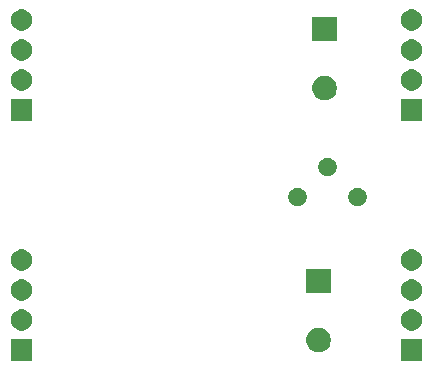
<source format=gbr>
G04 #@! TF.GenerationSoftware,KiCad,Pcbnew,(5.1.5)-3*
G04 #@! TF.CreationDate,2022-02-08T12:26:58-07:00*
G04 #@! TF.ProjectId,lm2596_breakout,6c6d3235-3936-45f6-9272-65616b6f7574,rev?*
G04 #@! TF.SameCoordinates,Original*
G04 #@! TF.FileFunction,Soldermask,Bot*
G04 #@! TF.FilePolarity,Negative*
%FSLAX46Y46*%
G04 Gerber Fmt 4.6, Leading zero omitted, Abs format (unit mm)*
G04 Created by KiCad (PCBNEW (5.1.5)-3) date 2022-02-08 12:26:58*
%MOMM*%
%LPD*%
G04 APERTURE LIST*
%ADD10C,0.100000*%
G04 APERTURE END LIST*
D10*
G36*
X87261000Y-132981000D02*
G01*
X85459000Y-132981000D01*
X85459000Y-131179000D01*
X87261000Y-131179000D01*
X87261000Y-132981000D01*
G37*
G36*
X54241000Y-132981000D02*
G01*
X52439000Y-132981000D01*
X52439000Y-131179000D01*
X54241000Y-131179000D01*
X54241000Y-132981000D01*
G37*
G36*
X78792564Y-130227389D02*
G01*
X78983833Y-130306615D01*
X78983835Y-130306616D01*
X79031487Y-130338456D01*
X79155973Y-130421635D01*
X79302365Y-130568027D01*
X79417385Y-130740167D01*
X79496611Y-130931436D01*
X79537000Y-131134484D01*
X79537000Y-131341516D01*
X79496611Y-131544564D01*
X79417385Y-131735833D01*
X79417384Y-131735835D01*
X79302365Y-131907973D01*
X79155973Y-132054365D01*
X78983835Y-132169384D01*
X78983834Y-132169385D01*
X78983833Y-132169385D01*
X78792564Y-132248611D01*
X78589516Y-132289000D01*
X78382484Y-132289000D01*
X78179436Y-132248611D01*
X77988167Y-132169385D01*
X77988166Y-132169385D01*
X77988165Y-132169384D01*
X77816027Y-132054365D01*
X77669635Y-131907973D01*
X77554616Y-131735835D01*
X77554615Y-131735833D01*
X77475389Y-131544564D01*
X77435000Y-131341516D01*
X77435000Y-131134484D01*
X77475389Y-130931436D01*
X77554615Y-130740167D01*
X77669635Y-130568027D01*
X77816027Y-130421635D01*
X77940513Y-130338456D01*
X77988165Y-130306616D01*
X77988167Y-130306615D01*
X78179436Y-130227389D01*
X78382484Y-130187000D01*
X78589516Y-130187000D01*
X78792564Y-130227389D01*
G37*
G36*
X53453512Y-128643927D02*
G01*
X53602812Y-128673624D01*
X53766784Y-128741544D01*
X53914354Y-128840147D01*
X54039853Y-128965646D01*
X54138456Y-129113216D01*
X54206376Y-129277188D01*
X54241000Y-129451259D01*
X54241000Y-129628741D01*
X54206376Y-129802812D01*
X54138456Y-129966784D01*
X54039853Y-130114354D01*
X53914354Y-130239853D01*
X53766784Y-130338456D01*
X53602812Y-130406376D01*
X53453512Y-130436073D01*
X53428742Y-130441000D01*
X53251258Y-130441000D01*
X53226488Y-130436073D01*
X53077188Y-130406376D01*
X52913216Y-130338456D01*
X52765646Y-130239853D01*
X52640147Y-130114354D01*
X52541544Y-129966784D01*
X52473624Y-129802812D01*
X52439000Y-129628741D01*
X52439000Y-129451259D01*
X52473624Y-129277188D01*
X52541544Y-129113216D01*
X52640147Y-128965646D01*
X52765646Y-128840147D01*
X52913216Y-128741544D01*
X53077188Y-128673624D01*
X53226488Y-128643927D01*
X53251258Y-128639000D01*
X53428742Y-128639000D01*
X53453512Y-128643927D01*
G37*
G36*
X86473512Y-128643927D02*
G01*
X86622812Y-128673624D01*
X86786784Y-128741544D01*
X86934354Y-128840147D01*
X87059853Y-128965646D01*
X87158456Y-129113216D01*
X87226376Y-129277188D01*
X87261000Y-129451259D01*
X87261000Y-129628741D01*
X87226376Y-129802812D01*
X87158456Y-129966784D01*
X87059853Y-130114354D01*
X86934354Y-130239853D01*
X86786784Y-130338456D01*
X86622812Y-130406376D01*
X86473512Y-130436073D01*
X86448742Y-130441000D01*
X86271258Y-130441000D01*
X86246488Y-130436073D01*
X86097188Y-130406376D01*
X85933216Y-130338456D01*
X85785646Y-130239853D01*
X85660147Y-130114354D01*
X85561544Y-129966784D01*
X85493624Y-129802812D01*
X85459000Y-129628741D01*
X85459000Y-129451259D01*
X85493624Y-129277188D01*
X85561544Y-129113216D01*
X85660147Y-128965646D01*
X85785646Y-128840147D01*
X85933216Y-128741544D01*
X86097188Y-128673624D01*
X86246488Y-128643927D01*
X86271258Y-128639000D01*
X86448742Y-128639000D01*
X86473512Y-128643927D01*
G37*
G36*
X86473512Y-126103927D02*
G01*
X86622812Y-126133624D01*
X86786784Y-126201544D01*
X86934354Y-126300147D01*
X87059853Y-126425646D01*
X87158456Y-126573216D01*
X87226376Y-126737188D01*
X87261000Y-126911259D01*
X87261000Y-127088741D01*
X87226376Y-127262812D01*
X87158456Y-127426784D01*
X87059853Y-127574354D01*
X86934354Y-127699853D01*
X86786784Y-127798456D01*
X86622812Y-127866376D01*
X86473512Y-127896073D01*
X86448742Y-127901000D01*
X86271258Y-127901000D01*
X86246488Y-127896073D01*
X86097188Y-127866376D01*
X85933216Y-127798456D01*
X85785646Y-127699853D01*
X85660147Y-127574354D01*
X85561544Y-127426784D01*
X85493624Y-127262812D01*
X85459000Y-127088741D01*
X85459000Y-126911259D01*
X85493624Y-126737188D01*
X85561544Y-126573216D01*
X85660147Y-126425646D01*
X85785646Y-126300147D01*
X85933216Y-126201544D01*
X86097188Y-126133624D01*
X86246488Y-126103927D01*
X86271258Y-126099000D01*
X86448742Y-126099000D01*
X86473512Y-126103927D01*
G37*
G36*
X53453512Y-126103927D02*
G01*
X53602812Y-126133624D01*
X53766784Y-126201544D01*
X53914354Y-126300147D01*
X54039853Y-126425646D01*
X54138456Y-126573216D01*
X54206376Y-126737188D01*
X54241000Y-126911259D01*
X54241000Y-127088741D01*
X54206376Y-127262812D01*
X54138456Y-127426784D01*
X54039853Y-127574354D01*
X53914354Y-127699853D01*
X53766784Y-127798456D01*
X53602812Y-127866376D01*
X53453512Y-127896073D01*
X53428742Y-127901000D01*
X53251258Y-127901000D01*
X53226488Y-127896073D01*
X53077188Y-127866376D01*
X52913216Y-127798456D01*
X52765646Y-127699853D01*
X52640147Y-127574354D01*
X52541544Y-127426784D01*
X52473624Y-127262812D01*
X52439000Y-127088741D01*
X52439000Y-126911259D01*
X52473624Y-126737188D01*
X52541544Y-126573216D01*
X52640147Y-126425646D01*
X52765646Y-126300147D01*
X52913216Y-126201544D01*
X53077188Y-126133624D01*
X53226488Y-126103927D01*
X53251258Y-126099000D01*
X53428742Y-126099000D01*
X53453512Y-126103927D01*
G37*
G36*
X79537000Y-127289000D02*
G01*
X77435000Y-127289000D01*
X77435000Y-125187000D01*
X79537000Y-125187000D01*
X79537000Y-127289000D01*
G37*
G36*
X53453512Y-123563927D02*
G01*
X53602812Y-123593624D01*
X53766784Y-123661544D01*
X53914354Y-123760147D01*
X54039853Y-123885646D01*
X54138456Y-124033216D01*
X54206376Y-124197188D01*
X54241000Y-124371259D01*
X54241000Y-124548741D01*
X54206376Y-124722812D01*
X54138456Y-124886784D01*
X54039853Y-125034354D01*
X53914354Y-125159853D01*
X53766784Y-125258456D01*
X53602812Y-125326376D01*
X53453512Y-125356073D01*
X53428742Y-125361000D01*
X53251258Y-125361000D01*
X53226488Y-125356073D01*
X53077188Y-125326376D01*
X52913216Y-125258456D01*
X52765646Y-125159853D01*
X52640147Y-125034354D01*
X52541544Y-124886784D01*
X52473624Y-124722812D01*
X52439000Y-124548741D01*
X52439000Y-124371259D01*
X52473624Y-124197188D01*
X52541544Y-124033216D01*
X52640147Y-123885646D01*
X52765646Y-123760147D01*
X52913216Y-123661544D01*
X53077188Y-123593624D01*
X53226488Y-123563927D01*
X53251258Y-123559000D01*
X53428742Y-123559000D01*
X53453512Y-123563927D01*
G37*
G36*
X86473512Y-123563927D02*
G01*
X86622812Y-123593624D01*
X86786784Y-123661544D01*
X86934354Y-123760147D01*
X87059853Y-123885646D01*
X87158456Y-124033216D01*
X87226376Y-124197188D01*
X87261000Y-124371259D01*
X87261000Y-124548741D01*
X87226376Y-124722812D01*
X87158456Y-124886784D01*
X87059853Y-125034354D01*
X86934354Y-125159853D01*
X86786784Y-125258456D01*
X86622812Y-125326376D01*
X86473512Y-125356073D01*
X86448742Y-125361000D01*
X86271258Y-125361000D01*
X86246488Y-125356073D01*
X86097188Y-125326376D01*
X85933216Y-125258456D01*
X85785646Y-125159853D01*
X85660147Y-125034354D01*
X85561544Y-124886784D01*
X85493624Y-124722812D01*
X85459000Y-124548741D01*
X85459000Y-124371259D01*
X85493624Y-124197188D01*
X85561544Y-124033216D01*
X85660147Y-123885646D01*
X85785646Y-123760147D01*
X85933216Y-123661544D01*
X86097188Y-123593624D01*
X86246488Y-123563927D01*
X86271258Y-123559000D01*
X86448742Y-123559000D01*
X86473512Y-123563927D01*
G37*
G36*
X76833589Y-118364876D02*
G01*
X76932893Y-118384629D01*
X77073206Y-118442748D01*
X77199484Y-118527125D01*
X77306875Y-118634516D01*
X77391252Y-118760794D01*
X77449371Y-118901107D01*
X77479000Y-119050063D01*
X77479000Y-119201937D01*
X77449371Y-119350893D01*
X77391252Y-119491206D01*
X77306875Y-119617484D01*
X77199484Y-119724875D01*
X77073206Y-119809252D01*
X76932893Y-119867371D01*
X76833589Y-119887124D01*
X76783938Y-119897000D01*
X76632062Y-119897000D01*
X76582411Y-119887124D01*
X76483107Y-119867371D01*
X76342794Y-119809252D01*
X76216516Y-119724875D01*
X76109125Y-119617484D01*
X76024748Y-119491206D01*
X75966629Y-119350893D01*
X75937000Y-119201937D01*
X75937000Y-119050063D01*
X75966629Y-118901107D01*
X76024748Y-118760794D01*
X76109125Y-118634516D01*
X76216516Y-118527125D01*
X76342794Y-118442748D01*
X76483107Y-118384629D01*
X76582411Y-118364876D01*
X76632062Y-118355000D01*
X76783938Y-118355000D01*
X76833589Y-118364876D01*
G37*
G36*
X81913589Y-118364876D02*
G01*
X82012893Y-118384629D01*
X82153206Y-118442748D01*
X82279484Y-118527125D01*
X82386875Y-118634516D01*
X82471252Y-118760794D01*
X82529371Y-118901107D01*
X82559000Y-119050063D01*
X82559000Y-119201937D01*
X82529371Y-119350893D01*
X82471252Y-119491206D01*
X82386875Y-119617484D01*
X82279484Y-119724875D01*
X82153206Y-119809252D01*
X82012893Y-119867371D01*
X81913589Y-119887124D01*
X81863938Y-119897000D01*
X81712062Y-119897000D01*
X81662411Y-119887124D01*
X81563107Y-119867371D01*
X81422794Y-119809252D01*
X81296516Y-119724875D01*
X81189125Y-119617484D01*
X81104748Y-119491206D01*
X81046629Y-119350893D01*
X81017000Y-119201937D01*
X81017000Y-119050063D01*
X81046629Y-118901107D01*
X81104748Y-118760794D01*
X81189125Y-118634516D01*
X81296516Y-118527125D01*
X81422794Y-118442748D01*
X81563107Y-118384629D01*
X81662411Y-118364876D01*
X81712062Y-118355000D01*
X81863938Y-118355000D01*
X81913589Y-118364876D01*
G37*
G36*
X79373589Y-115824876D02*
G01*
X79472893Y-115844629D01*
X79613206Y-115902748D01*
X79739484Y-115987125D01*
X79846875Y-116094516D01*
X79931252Y-116220794D01*
X79989371Y-116361107D01*
X80019000Y-116510063D01*
X80019000Y-116661937D01*
X79989371Y-116810893D01*
X79931252Y-116951206D01*
X79846875Y-117077484D01*
X79739484Y-117184875D01*
X79613206Y-117269252D01*
X79472893Y-117327371D01*
X79373589Y-117347124D01*
X79323938Y-117357000D01*
X79172062Y-117357000D01*
X79122411Y-117347124D01*
X79023107Y-117327371D01*
X78882794Y-117269252D01*
X78756516Y-117184875D01*
X78649125Y-117077484D01*
X78564748Y-116951206D01*
X78506629Y-116810893D01*
X78477000Y-116661937D01*
X78477000Y-116510063D01*
X78506629Y-116361107D01*
X78564748Y-116220794D01*
X78649125Y-116094516D01*
X78756516Y-115987125D01*
X78882794Y-115902748D01*
X79023107Y-115844629D01*
X79122411Y-115824876D01*
X79172062Y-115815000D01*
X79323938Y-115815000D01*
X79373589Y-115824876D01*
G37*
G36*
X54241000Y-112661000D02*
G01*
X52439000Y-112661000D01*
X52439000Y-110859000D01*
X54241000Y-110859000D01*
X54241000Y-112661000D01*
G37*
G36*
X87261000Y-112661000D02*
G01*
X85459000Y-112661000D01*
X85459000Y-110859000D01*
X87261000Y-110859000D01*
X87261000Y-112661000D01*
G37*
G36*
X79300564Y-108891389D02*
G01*
X79491833Y-108970615D01*
X79491835Y-108970616D01*
X79663973Y-109085635D01*
X79810365Y-109232027D01*
X79925385Y-109404167D01*
X80004611Y-109595436D01*
X80045000Y-109798484D01*
X80045000Y-110005516D01*
X80004611Y-110208564D01*
X79925385Y-110399833D01*
X79925384Y-110399835D01*
X79810365Y-110571973D01*
X79663973Y-110718365D01*
X79491835Y-110833384D01*
X79491834Y-110833385D01*
X79491833Y-110833385D01*
X79300564Y-110912611D01*
X79097516Y-110953000D01*
X78890484Y-110953000D01*
X78687436Y-110912611D01*
X78496167Y-110833385D01*
X78496166Y-110833385D01*
X78496165Y-110833384D01*
X78324027Y-110718365D01*
X78177635Y-110571973D01*
X78062616Y-110399835D01*
X78062615Y-110399833D01*
X77983389Y-110208564D01*
X77943000Y-110005516D01*
X77943000Y-109798484D01*
X77983389Y-109595436D01*
X78062615Y-109404167D01*
X78177635Y-109232027D01*
X78324027Y-109085635D01*
X78496165Y-108970616D01*
X78496167Y-108970615D01*
X78687436Y-108891389D01*
X78890484Y-108851000D01*
X79097516Y-108851000D01*
X79300564Y-108891389D01*
G37*
G36*
X86473512Y-108323927D02*
G01*
X86622812Y-108353624D01*
X86786784Y-108421544D01*
X86934354Y-108520147D01*
X87059853Y-108645646D01*
X87158456Y-108793216D01*
X87226376Y-108957188D01*
X87261000Y-109131259D01*
X87261000Y-109308741D01*
X87226376Y-109482812D01*
X87158456Y-109646784D01*
X87059853Y-109794354D01*
X86934354Y-109919853D01*
X86786784Y-110018456D01*
X86622812Y-110086376D01*
X86473512Y-110116073D01*
X86448742Y-110121000D01*
X86271258Y-110121000D01*
X86246488Y-110116073D01*
X86097188Y-110086376D01*
X85933216Y-110018456D01*
X85785646Y-109919853D01*
X85660147Y-109794354D01*
X85561544Y-109646784D01*
X85493624Y-109482812D01*
X85459000Y-109308741D01*
X85459000Y-109131259D01*
X85493624Y-108957188D01*
X85561544Y-108793216D01*
X85660147Y-108645646D01*
X85785646Y-108520147D01*
X85933216Y-108421544D01*
X86097188Y-108353624D01*
X86246488Y-108323927D01*
X86271258Y-108319000D01*
X86448742Y-108319000D01*
X86473512Y-108323927D01*
G37*
G36*
X53453512Y-108323927D02*
G01*
X53602812Y-108353624D01*
X53766784Y-108421544D01*
X53914354Y-108520147D01*
X54039853Y-108645646D01*
X54138456Y-108793216D01*
X54206376Y-108957188D01*
X54241000Y-109131259D01*
X54241000Y-109308741D01*
X54206376Y-109482812D01*
X54138456Y-109646784D01*
X54039853Y-109794354D01*
X53914354Y-109919853D01*
X53766784Y-110018456D01*
X53602812Y-110086376D01*
X53453512Y-110116073D01*
X53428742Y-110121000D01*
X53251258Y-110121000D01*
X53226488Y-110116073D01*
X53077188Y-110086376D01*
X52913216Y-110018456D01*
X52765646Y-109919853D01*
X52640147Y-109794354D01*
X52541544Y-109646784D01*
X52473624Y-109482812D01*
X52439000Y-109308741D01*
X52439000Y-109131259D01*
X52473624Y-108957188D01*
X52541544Y-108793216D01*
X52640147Y-108645646D01*
X52765646Y-108520147D01*
X52913216Y-108421544D01*
X53077188Y-108353624D01*
X53226488Y-108323927D01*
X53251258Y-108319000D01*
X53428742Y-108319000D01*
X53453512Y-108323927D01*
G37*
G36*
X86473512Y-105783927D02*
G01*
X86622812Y-105813624D01*
X86786784Y-105881544D01*
X86934354Y-105980147D01*
X87059853Y-106105646D01*
X87158456Y-106253216D01*
X87226376Y-106417188D01*
X87261000Y-106591259D01*
X87261000Y-106768741D01*
X87226376Y-106942812D01*
X87158456Y-107106784D01*
X87059853Y-107254354D01*
X86934354Y-107379853D01*
X86786784Y-107478456D01*
X86622812Y-107546376D01*
X86473512Y-107576073D01*
X86448742Y-107581000D01*
X86271258Y-107581000D01*
X86246488Y-107576073D01*
X86097188Y-107546376D01*
X85933216Y-107478456D01*
X85785646Y-107379853D01*
X85660147Y-107254354D01*
X85561544Y-107106784D01*
X85493624Y-106942812D01*
X85459000Y-106768741D01*
X85459000Y-106591259D01*
X85493624Y-106417188D01*
X85561544Y-106253216D01*
X85660147Y-106105646D01*
X85785646Y-105980147D01*
X85933216Y-105881544D01*
X86097188Y-105813624D01*
X86246488Y-105783927D01*
X86271258Y-105779000D01*
X86448742Y-105779000D01*
X86473512Y-105783927D01*
G37*
G36*
X53453512Y-105783927D02*
G01*
X53602812Y-105813624D01*
X53766784Y-105881544D01*
X53914354Y-105980147D01*
X54039853Y-106105646D01*
X54138456Y-106253216D01*
X54206376Y-106417188D01*
X54241000Y-106591259D01*
X54241000Y-106768741D01*
X54206376Y-106942812D01*
X54138456Y-107106784D01*
X54039853Y-107254354D01*
X53914354Y-107379853D01*
X53766784Y-107478456D01*
X53602812Y-107546376D01*
X53453512Y-107576073D01*
X53428742Y-107581000D01*
X53251258Y-107581000D01*
X53226488Y-107576073D01*
X53077188Y-107546376D01*
X52913216Y-107478456D01*
X52765646Y-107379853D01*
X52640147Y-107254354D01*
X52541544Y-107106784D01*
X52473624Y-106942812D01*
X52439000Y-106768741D01*
X52439000Y-106591259D01*
X52473624Y-106417188D01*
X52541544Y-106253216D01*
X52640147Y-106105646D01*
X52765646Y-105980147D01*
X52913216Y-105881544D01*
X53077188Y-105813624D01*
X53226488Y-105783927D01*
X53251258Y-105779000D01*
X53428742Y-105779000D01*
X53453512Y-105783927D01*
G37*
G36*
X80045000Y-105953000D02*
G01*
X77943000Y-105953000D01*
X77943000Y-103851000D01*
X80045000Y-103851000D01*
X80045000Y-105953000D01*
G37*
G36*
X53453512Y-103243927D02*
G01*
X53602812Y-103273624D01*
X53766784Y-103341544D01*
X53914354Y-103440147D01*
X54039853Y-103565646D01*
X54138456Y-103713216D01*
X54206376Y-103877188D01*
X54241000Y-104051259D01*
X54241000Y-104228741D01*
X54206376Y-104402812D01*
X54138456Y-104566784D01*
X54039853Y-104714354D01*
X53914354Y-104839853D01*
X53766784Y-104938456D01*
X53602812Y-105006376D01*
X53453512Y-105036073D01*
X53428742Y-105041000D01*
X53251258Y-105041000D01*
X53226488Y-105036073D01*
X53077188Y-105006376D01*
X52913216Y-104938456D01*
X52765646Y-104839853D01*
X52640147Y-104714354D01*
X52541544Y-104566784D01*
X52473624Y-104402812D01*
X52439000Y-104228741D01*
X52439000Y-104051259D01*
X52473624Y-103877188D01*
X52541544Y-103713216D01*
X52640147Y-103565646D01*
X52765646Y-103440147D01*
X52913216Y-103341544D01*
X53077188Y-103273624D01*
X53226488Y-103243927D01*
X53251258Y-103239000D01*
X53428742Y-103239000D01*
X53453512Y-103243927D01*
G37*
G36*
X86473512Y-103243927D02*
G01*
X86622812Y-103273624D01*
X86786784Y-103341544D01*
X86934354Y-103440147D01*
X87059853Y-103565646D01*
X87158456Y-103713216D01*
X87226376Y-103877188D01*
X87261000Y-104051259D01*
X87261000Y-104228741D01*
X87226376Y-104402812D01*
X87158456Y-104566784D01*
X87059853Y-104714354D01*
X86934354Y-104839853D01*
X86786784Y-104938456D01*
X86622812Y-105006376D01*
X86473512Y-105036073D01*
X86448742Y-105041000D01*
X86271258Y-105041000D01*
X86246488Y-105036073D01*
X86097188Y-105006376D01*
X85933216Y-104938456D01*
X85785646Y-104839853D01*
X85660147Y-104714354D01*
X85561544Y-104566784D01*
X85493624Y-104402812D01*
X85459000Y-104228741D01*
X85459000Y-104051259D01*
X85493624Y-103877188D01*
X85561544Y-103713216D01*
X85660147Y-103565646D01*
X85785646Y-103440147D01*
X85933216Y-103341544D01*
X86097188Y-103273624D01*
X86246488Y-103243927D01*
X86271258Y-103239000D01*
X86448742Y-103239000D01*
X86473512Y-103243927D01*
G37*
M02*

</source>
